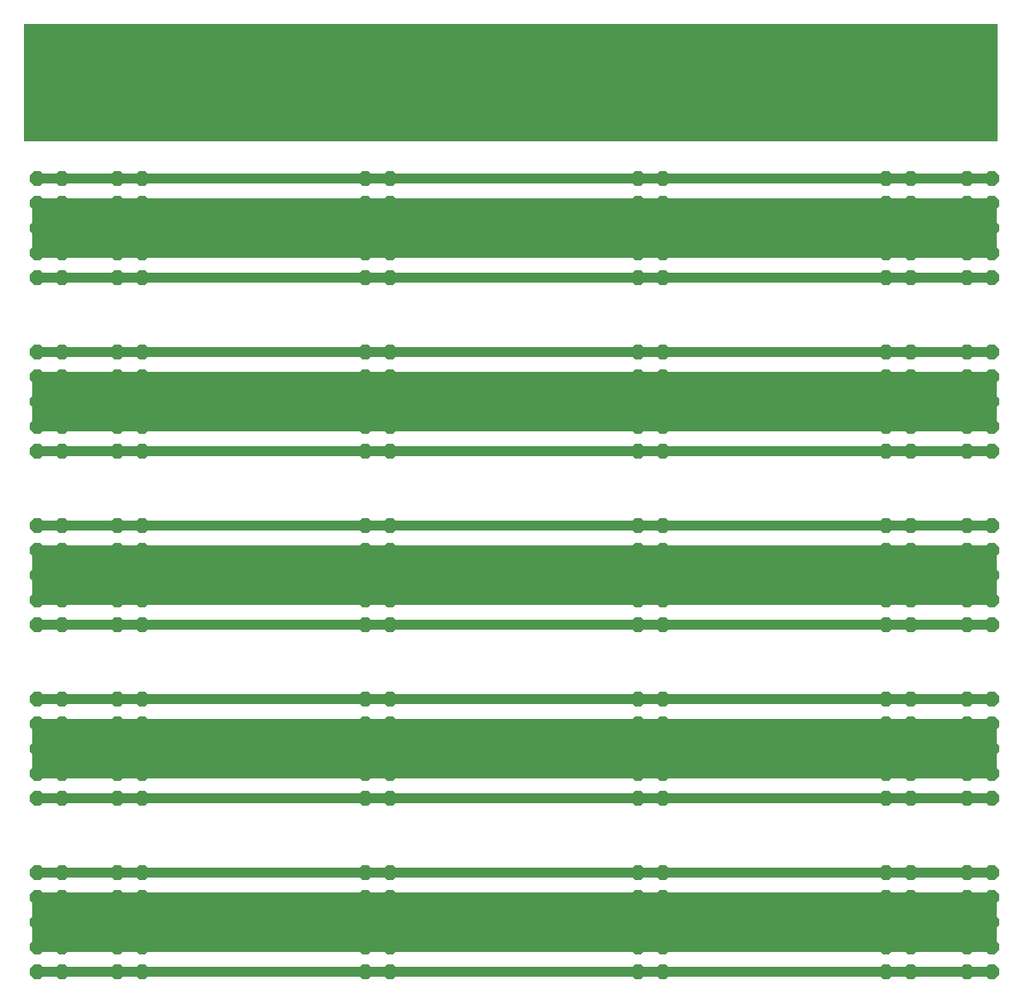
<source format=gbl>
G75*
%MOIN*%
%OFA0B0*%
%FSLAX24Y24*%
%IPPOS*%
%LPD*%
%AMOC8*
5,1,8,0,0,1.08239X$1,22.5*
%
%ADD10R,3.8500X0.2000*%
%ADD11R,3.9250X0.4750*%
%ADD12OC8,0.0600*%
%ADD13C,0.0400*%
D10*
X021430Y008430D03*
X021430Y015430D03*
X021430Y022430D03*
X021430Y029430D03*
X021430Y036430D03*
D11*
X021305Y042305D03*
D12*
X002180Y006430D03*
X002180Y007430D03*
X002180Y008430D03*
X002180Y009430D03*
X002180Y010430D03*
X003180Y010430D03*
X003180Y009430D03*
X003180Y008430D03*
X003180Y007430D03*
X003180Y006430D03*
X005430Y006430D03*
X005430Y007430D03*
X005430Y008430D03*
X005430Y009430D03*
X005430Y010430D03*
X006430Y010430D03*
X006430Y009430D03*
X006430Y008430D03*
X006430Y007430D03*
X006430Y006430D03*
X006430Y013430D03*
X006430Y014430D03*
X006430Y015430D03*
X006430Y016430D03*
X006430Y017430D03*
X005430Y017430D03*
X005430Y016430D03*
X005430Y015430D03*
X005430Y014430D03*
X005430Y013430D03*
X003180Y013430D03*
X003180Y014430D03*
X003180Y015430D03*
X003180Y016430D03*
X003180Y017430D03*
X002180Y017430D03*
X002180Y016430D03*
X002180Y015430D03*
X002180Y014430D03*
X002180Y013430D03*
X002180Y020430D03*
X002180Y021430D03*
X002180Y022430D03*
X002180Y023430D03*
X002180Y024430D03*
X003180Y024430D03*
X003180Y023430D03*
X003180Y022430D03*
X003180Y021430D03*
X003180Y020430D03*
X005430Y020430D03*
X005430Y021430D03*
X005430Y022430D03*
X005430Y023430D03*
X005430Y024430D03*
X006430Y024430D03*
X006430Y023430D03*
X006430Y022430D03*
X006430Y021430D03*
X006430Y020430D03*
X006430Y027430D03*
X006430Y028430D03*
X006430Y029430D03*
X006430Y030430D03*
X006430Y031430D03*
X005430Y031430D03*
X005430Y030430D03*
X005430Y029430D03*
X005430Y028430D03*
X005430Y027430D03*
X003180Y027430D03*
X003180Y028430D03*
X003180Y029430D03*
X003180Y030430D03*
X003180Y031430D03*
X002180Y031430D03*
X002180Y030430D03*
X002180Y029430D03*
X002180Y028430D03*
X002180Y027430D03*
X002180Y034430D03*
X002180Y035430D03*
X002180Y036430D03*
X002180Y037430D03*
X002180Y038430D03*
X003180Y038430D03*
X003180Y037430D03*
X003180Y036430D03*
X003180Y035430D03*
X003180Y034430D03*
X005430Y034430D03*
X005430Y035430D03*
X005430Y036430D03*
X005430Y037430D03*
X005430Y038430D03*
X006430Y038430D03*
X006430Y037430D03*
X006430Y036430D03*
X006430Y035430D03*
X006430Y034430D03*
X015430Y034430D03*
X015430Y035430D03*
X015430Y036430D03*
X015430Y037430D03*
X015430Y038430D03*
X016430Y038430D03*
X016430Y037430D03*
X016430Y036430D03*
X016430Y035430D03*
X016430Y034430D03*
X016430Y031430D03*
X016430Y030430D03*
X016430Y029430D03*
X016430Y028430D03*
X016430Y027430D03*
X015430Y027430D03*
X015430Y028430D03*
X015430Y029430D03*
X015430Y030430D03*
X015430Y031430D03*
X015430Y024430D03*
X015430Y023430D03*
X015430Y022430D03*
X015430Y021430D03*
X015430Y020430D03*
X016430Y020430D03*
X016430Y021430D03*
X016430Y022430D03*
X016430Y023430D03*
X016430Y024430D03*
X016430Y017430D03*
X016430Y016430D03*
X016430Y015430D03*
X016430Y014430D03*
X016430Y013430D03*
X015430Y013430D03*
X015430Y014430D03*
X015430Y015430D03*
X015430Y016430D03*
X015430Y017430D03*
X015430Y010430D03*
X015430Y009430D03*
X015430Y008430D03*
X015430Y007430D03*
X015430Y006430D03*
X016430Y006430D03*
X016430Y007430D03*
X016430Y008430D03*
X016430Y009430D03*
X016430Y010430D03*
X026430Y010430D03*
X026430Y009430D03*
X026430Y008430D03*
X026430Y007430D03*
X026430Y006430D03*
X027430Y006430D03*
X027430Y007430D03*
X027430Y008430D03*
X027430Y009430D03*
X027430Y010430D03*
X027430Y013430D03*
X027430Y014430D03*
X027430Y015430D03*
X027430Y016430D03*
X027430Y017430D03*
X026430Y017430D03*
X026430Y016430D03*
X026430Y015430D03*
X026430Y014430D03*
X026430Y013430D03*
X026430Y020430D03*
X026430Y021430D03*
X026430Y022430D03*
X026430Y023430D03*
X026430Y024430D03*
X027430Y024430D03*
X027430Y023430D03*
X027430Y022430D03*
X027430Y021430D03*
X027430Y020430D03*
X027430Y027430D03*
X027430Y028430D03*
X027430Y029430D03*
X027430Y030430D03*
X027430Y031430D03*
X026430Y031430D03*
X026430Y030430D03*
X026430Y029430D03*
X026430Y028430D03*
X026430Y027430D03*
X026430Y034430D03*
X026430Y035430D03*
X026430Y036430D03*
X026430Y037430D03*
X026430Y038430D03*
X027430Y038430D03*
X027430Y037430D03*
X027430Y036430D03*
X027430Y035430D03*
X027430Y034430D03*
X036430Y034430D03*
X036430Y035430D03*
X036430Y036430D03*
X036430Y037430D03*
X036430Y038430D03*
X037430Y038430D03*
X037430Y037430D03*
X037430Y036430D03*
X037430Y035430D03*
X037430Y034430D03*
X039680Y034430D03*
X039680Y035430D03*
X039680Y036430D03*
X039680Y037430D03*
X039680Y038430D03*
X040680Y038430D03*
X040680Y037430D03*
X040680Y036430D03*
X040680Y035430D03*
X040680Y034430D03*
X040680Y031430D03*
X040680Y030430D03*
X040680Y029430D03*
X040680Y028430D03*
X040680Y027430D03*
X039680Y027430D03*
X039680Y028430D03*
X039680Y029430D03*
X039680Y030430D03*
X039680Y031430D03*
X037430Y031430D03*
X037430Y030430D03*
X037430Y029430D03*
X037430Y028430D03*
X037430Y027430D03*
X036430Y027430D03*
X036430Y028430D03*
X036430Y029430D03*
X036430Y030430D03*
X036430Y031430D03*
X036430Y024430D03*
X036430Y023430D03*
X036430Y022430D03*
X036430Y021430D03*
X036430Y020430D03*
X037430Y020430D03*
X037430Y021430D03*
X037430Y022430D03*
X037430Y023430D03*
X037430Y024430D03*
X039680Y024430D03*
X039680Y023430D03*
X039680Y022430D03*
X039680Y021430D03*
X039680Y020430D03*
X040680Y020430D03*
X040680Y021430D03*
X040680Y022430D03*
X040680Y023430D03*
X040680Y024430D03*
X040680Y017430D03*
X040680Y016430D03*
X040680Y015430D03*
X040680Y014430D03*
X040680Y013430D03*
X039680Y013430D03*
X039680Y014430D03*
X039680Y015430D03*
X039680Y016430D03*
X039680Y017430D03*
X037430Y017430D03*
X037430Y016430D03*
X037430Y015430D03*
X037430Y014430D03*
X037430Y013430D03*
X036430Y013430D03*
X036430Y014430D03*
X036430Y015430D03*
X036430Y016430D03*
X036430Y017430D03*
X036430Y010430D03*
X036430Y009430D03*
X036430Y008430D03*
X036430Y007430D03*
X036430Y006430D03*
X037430Y006430D03*
X037430Y007430D03*
X037430Y008430D03*
X037430Y009430D03*
X037430Y010430D03*
X039680Y010430D03*
X039680Y009430D03*
X039680Y008430D03*
X039680Y007430D03*
X039680Y006430D03*
X040680Y006430D03*
X040680Y007430D03*
X040680Y008430D03*
X040680Y009430D03*
X040680Y010430D03*
D13*
X039680Y010430D01*
X037430Y010430D01*
X036430Y010430D01*
X027430Y010430D01*
X026430Y010430D01*
X016430Y010430D01*
X015430Y010430D01*
X005430Y010430D01*
X003180Y010430D01*
X002180Y010430D01*
X002180Y009430D02*
X002180Y007430D01*
X003180Y007430D01*
X003180Y009430D01*
X005430Y009430D01*
X005430Y007430D01*
X003180Y007430D01*
X003180Y006430D02*
X005430Y006430D01*
X006430Y006430D01*
X015430Y006430D01*
X016430Y006430D01*
X026430Y006430D01*
X027430Y006430D01*
X036430Y006430D01*
X037430Y006430D01*
X039680Y006430D01*
X040680Y006430D01*
X040680Y007430D02*
X039680Y007430D01*
X039680Y009430D01*
X040680Y009430D01*
X040680Y008430D01*
X040680Y007430D01*
X040680Y008430D02*
X039680Y008430D01*
X037430Y008430D01*
X036430Y008430D01*
X027430Y008430D01*
X026430Y008430D01*
X026430Y007430D02*
X026430Y009430D01*
X027430Y009430D01*
X027430Y007430D01*
X026430Y007430D01*
X016430Y007430D01*
X016430Y009430D01*
X026430Y009430D01*
X027430Y009430D02*
X036430Y009430D01*
X036430Y007430D01*
X027430Y007430D01*
X027430Y013430D02*
X026430Y013430D01*
X021430Y013430D01*
X016430Y013430D01*
X015430Y013430D01*
X006430Y013430D01*
X005430Y013430D01*
X003180Y013430D01*
X002180Y013430D01*
X002180Y014430D02*
X002180Y016430D01*
X003180Y016430D01*
X003180Y014430D01*
X002180Y014430D01*
X002180Y015430D02*
X003180Y015430D01*
X005430Y015430D01*
X006430Y015430D01*
X015430Y015430D01*
X016430Y015430D01*
X019430Y015430D01*
X023430Y015430D01*
X026430Y015430D01*
X027430Y015430D01*
X036430Y015430D01*
X037430Y015430D01*
X039680Y015430D01*
X040680Y015430D01*
X040680Y016430D01*
X039680Y016430D01*
X039680Y014430D01*
X037430Y014430D01*
X037430Y016430D01*
X039680Y016430D01*
X039680Y017430D02*
X040680Y017430D01*
X039680Y017430D02*
X037430Y017430D01*
X036430Y017430D01*
X027430Y017430D01*
X026430Y017430D01*
X021430Y017430D01*
X016430Y017430D01*
X015430Y017430D01*
X005430Y017430D01*
X003180Y017430D01*
X002180Y017430D01*
X003180Y016430D02*
X005430Y016430D01*
X005430Y014430D01*
X003180Y014430D01*
X005430Y014430D02*
X006430Y014430D01*
X006430Y016430D01*
X015430Y016430D01*
X015430Y014430D01*
X006430Y014430D01*
X006430Y016430D02*
X005430Y016430D01*
X005430Y017430D02*
X006430Y017430D01*
X006430Y021430D02*
X005430Y021430D01*
X005430Y023430D01*
X006430Y023430D01*
X006430Y021430D01*
X015430Y021430D01*
X015430Y023430D01*
X016430Y023430D01*
X016430Y021430D01*
X015430Y021430D01*
X016430Y021430D02*
X026430Y021430D01*
X026430Y023430D01*
X027430Y023430D01*
X027430Y021430D01*
X026430Y021430D01*
X027430Y021430D02*
X036430Y021430D01*
X036430Y023430D01*
X037430Y023430D01*
X037430Y021430D01*
X036430Y021430D01*
X037430Y021430D02*
X039680Y021430D01*
X039680Y023430D01*
X040680Y023430D01*
X040680Y022430D01*
X040680Y021430D01*
X039680Y021430D01*
X040680Y020430D02*
X002180Y020430D01*
X002180Y021430D02*
X002180Y023430D01*
X003180Y023430D01*
X003180Y021430D01*
X002180Y021430D01*
X002180Y022430D02*
X040680Y022430D01*
X039680Y023430D02*
X037430Y023430D01*
X036430Y023430D02*
X027430Y023430D01*
X026430Y023430D02*
X016430Y023430D01*
X015430Y023430D02*
X006430Y023430D01*
X005430Y023430D02*
X003180Y023430D01*
X002180Y024430D02*
X040680Y024430D01*
X040680Y027430D02*
X002180Y027430D01*
X002180Y028430D02*
X002180Y030430D01*
X003180Y030430D01*
X003180Y028430D01*
X002180Y028430D01*
X002180Y029430D02*
X040680Y029430D01*
X040680Y030430D01*
X039680Y030430D01*
X039680Y028430D01*
X037430Y028430D01*
X037430Y030430D01*
X039680Y030430D01*
X040680Y029430D02*
X040680Y028430D01*
X039680Y028430D01*
X037430Y028430D02*
X036430Y028430D01*
X036430Y030430D01*
X037430Y030430D01*
X036430Y030430D02*
X027430Y030430D01*
X027430Y028430D01*
X026430Y028430D01*
X026430Y030430D01*
X027430Y030430D01*
X026430Y030430D02*
X016430Y030430D01*
X016430Y028430D01*
X015430Y028430D01*
X015430Y030430D01*
X016430Y030430D01*
X015430Y030430D02*
X006430Y030430D01*
X006430Y028430D01*
X005430Y028430D01*
X005430Y030430D01*
X006430Y030430D01*
X005430Y030430D02*
X003180Y030430D01*
X002180Y031430D02*
X040680Y031430D01*
X040680Y034430D02*
X002180Y034430D01*
X002180Y035430D02*
X002180Y037430D01*
X003180Y037430D01*
X003180Y035430D01*
X002180Y035430D01*
X002180Y036430D02*
X040680Y036430D01*
X040680Y037430D01*
X039680Y037430D01*
X039680Y035430D01*
X037430Y035430D01*
X037430Y037430D01*
X039680Y037430D01*
X040680Y036430D02*
X040680Y035430D01*
X039680Y035430D01*
X037430Y035430D02*
X036430Y035430D01*
X036430Y037430D01*
X037430Y037430D01*
X036430Y037430D02*
X027430Y037430D01*
X027430Y035430D01*
X026430Y035430D01*
X026430Y037430D01*
X027430Y037430D01*
X026430Y037430D02*
X016430Y037430D01*
X016430Y035430D01*
X015430Y035430D01*
X015430Y037430D01*
X016430Y037430D01*
X015430Y037430D02*
X006430Y037430D01*
X006430Y035430D01*
X005430Y035430D01*
X005430Y037430D01*
X006430Y037430D01*
X005430Y037430D02*
X003180Y037430D01*
X002180Y038430D02*
X040680Y038430D01*
X036430Y035430D02*
X027430Y035430D01*
X026430Y035430D02*
X016430Y035430D01*
X015430Y035430D02*
X006430Y035430D01*
X005430Y035430D02*
X003180Y035430D01*
X003180Y028430D02*
X005430Y028430D01*
X006430Y028430D02*
X015430Y028430D01*
X016430Y028430D02*
X026430Y028430D01*
X027430Y028430D02*
X036430Y028430D01*
X036430Y016430D02*
X027430Y016430D01*
X027430Y014430D01*
X026430Y014430D01*
X026430Y016430D01*
X027430Y016430D01*
X026430Y016430D02*
X016430Y016430D01*
X016430Y014430D01*
X015430Y014430D01*
X016430Y014430D02*
X026430Y014430D01*
X027430Y014430D02*
X036430Y014430D01*
X036430Y016430D01*
X037430Y016430D01*
X037430Y014430D02*
X036430Y014430D01*
X036430Y013430D02*
X037430Y013430D01*
X039680Y013430D01*
X040680Y013430D01*
X040680Y014430D02*
X039680Y014430D01*
X040680Y014430D02*
X040680Y015430D01*
X036430Y013430D02*
X027430Y013430D01*
X036430Y009430D02*
X037430Y009430D01*
X037430Y007430D01*
X036430Y007430D01*
X037430Y007430D02*
X039680Y007430D01*
X039680Y009430D02*
X037430Y009430D01*
X016430Y009430D02*
X015430Y009430D01*
X015430Y007430D01*
X006430Y007430D01*
X006430Y009430D01*
X015430Y009430D01*
X015680Y009430D01*
X015430Y008430D02*
X016430Y008430D01*
X016430Y007430D02*
X015430Y007430D01*
X015430Y008430D02*
X006430Y008430D01*
X005430Y008430D01*
X003180Y008430D01*
X002180Y008430D01*
X002180Y009430D02*
X003180Y009430D01*
X005430Y009430D02*
X006430Y009430D01*
X006430Y010430D02*
X005430Y010430D01*
X005430Y007430D02*
X006430Y007430D01*
X003180Y006430D02*
X002180Y006430D01*
X003180Y021430D02*
X005430Y021430D01*
X015430Y016430D02*
X016430Y016430D01*
X015680Y016430D02*
X015430Y016430D01*
M02*

</source>
